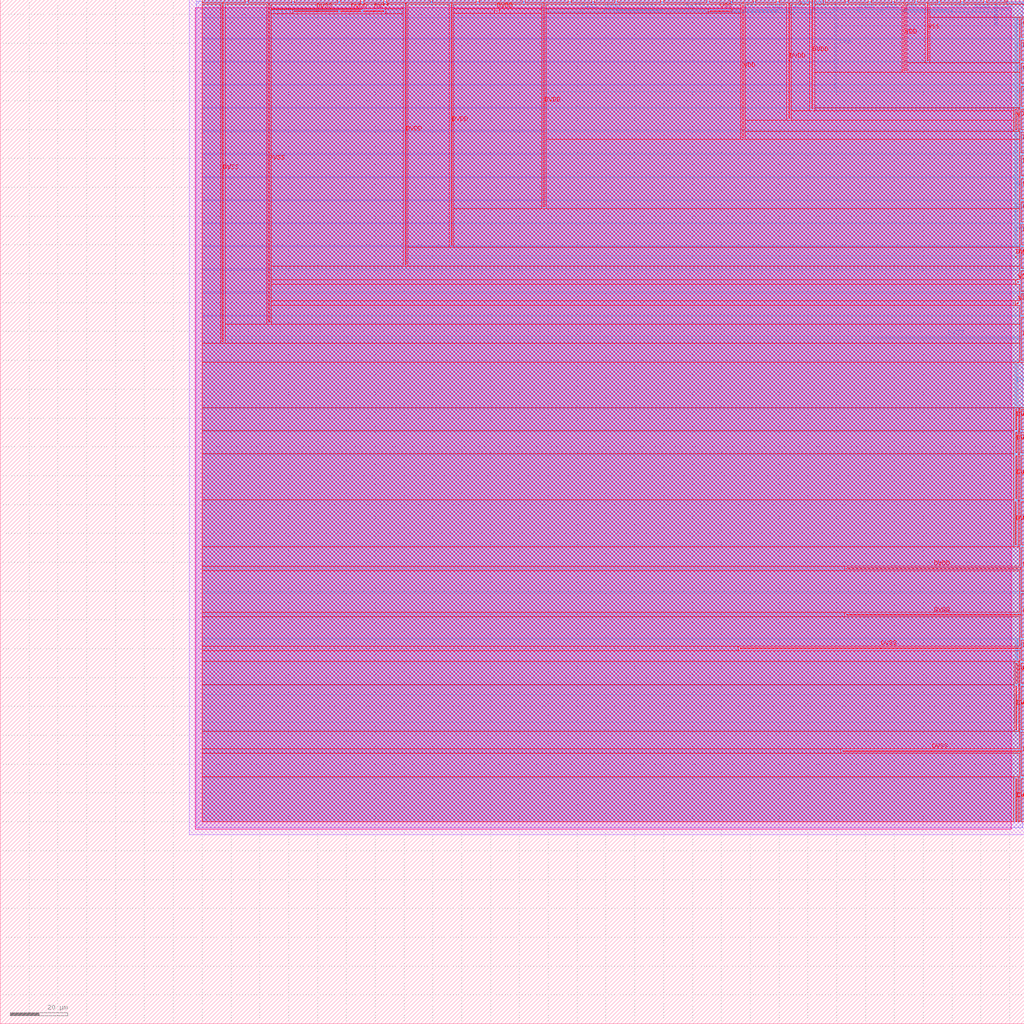
<source format=lef>
VERSION 5.7 ;
  NOWIREEXTENSIONATPIN ON ;
  DIVIDERCHAR "/" ;
  BUSBITCHARS "[]" ;
MACRO gf180mcu_fd_io__cor
  CLASS ENDCAP BOTTOMLEFT ;
  FOREIGN gf180mcu_fd_io__cor ;
  ORIGIN 0.000 0.000 ;
  SIZE 355.000 BY 355.000 ;
  SYMMETRY X Y R90 ;
  SITE GF_COR_Site ;
  PIN DVDD
    DIRECTION INOUT ;
    USE POWER ;
    PORT
      LAYER Metal3 ;
        RECT 334.000 354.000 341.000 355.000 ;
    END
    PORT
      LAYER Metal3 ;
        RECT 354.000 334.000 355.000 341.000 ;
    END
    PORT
      LAYER Metal3 ;
        RECT 294.000 354.000 301.000 355.000 ;
    END
    PORT
      LAYER Metal3 ;
        RECT 354.000 294.000 355.000 301.000 ;
    END
    PORT
      LAYER Metal3 ;
        RECT 278.000 354.000 285.000 355.000 ;
    END
    PORT
      LAYER Metal3 ;
        RECT 354.000 278.000 355.000 285.000 ;
    END
    PORT
      LAYER Metal3 ;
        RECT 270.000 354.000 277.000 355.000 ;
    END
    PORT
      LAYER Metal3 ;
        RECT 354.000 270.000 355.000 277.000 ;
    END
    PORT
      LAYER Metal3 ;
        RECT 262.000 354.000 269.000 355.000 ;
    END
    PORT
      LAYER Metal3 ;
        RECT 354.000 262.000 355.000 269.000 ;
    END
    PORT
      LAYER Metal3 ;
        RECT 214.000 354.000 229.000 355.000 ;
    END
    PORT
      LAYER Metal3 ;
        RECT 352.060 214.000 352.440 228.995 ;
    END
    PORT
      LAYER Metal3 ;
        RECT 206.000 354.000 213.000 355.000 ;
    END
    PORT
      LAYER Metal3 ;
        RECT 354.000 206.000 355.000 213.000 ;
    END
    PORT
      LAYER Metal3 ;
        RECT 182.000 354.000 197.000 355.000 ;
    END
    PORT
      LAYER Metal3 ;
        RECT 354.000 182.000 355.000 197.000 ;
    END
    PORT
      LAYER Metal3 ;
        RECT 166.000 354.000 181.000 355.000 ;
    END
    PORT
      LAYER Metal3 ;
        RECT 354.000 166.000 355.000 181.000 ;
    END
    PORT
      LAYER Metal3 ;
        RECT 150.000 354.000 165.000 355.000 ;
    END
    PORT
      LAYER Metal3 ;
        RECT 354.000 150.000 355.000 165.000 ;
    END
    PORT
      LAYER Metal3 ;
        RECT 134.000 354.000 149.000 355.000 ;
    END
    PORT
      LAYER Metal3 ;
        RECT 354.000 134.000 355.000 149.000 ;
    END
    PORT
      LAYER Metal3 ;
        RECT 118.000 354.000 125.000 355.000 ;
    END
    PORT
      LAYER Metal4 ;
        RECT 334.000 354.000 341.000 355.000 ;
    END
    PORT
      LAYER Metal4 ;
        RECT 354.000 334.000 355.000 341.000 ;
    END
    PORT
      LAYER Metal4 ;
        RECT 294.000 354.000 301.000 355.000 ;
    END
    PORT
      LAYER Metal4 ;
        RECT 354.000 294.000 355.000 301.000 ;
    END
    PORT
      LAYER Metal4 ;
        RECT 278.000 354.000 285.000 355.000 ;
    END
    PORT
      LAYER Metal4 ;
        RECT 354.000 278.000 355.000 285.000 ;
    END
    PORT
      LAYER Metal4 ;
        RECT 270.000 354.000 277.000 355.000 ;
    END
    PORT
      LAYER Metal4 ;
        RECT 354.000 270.000 355.000 277.000 ;
    END
    PORT
      LAYER Metal4 ;
        RECT 262.000 354.000 269.000 355.000 ;
    END
    PORT
      LAYER Metal4 ;
        RECT 354.000 262.000 355.000 269.000 ;
    END
    PORT
      LAYER Metal4 ;
        RECT 214.000 354.000 229.000 355.000 ;
    END
    PORT
      LAYER Metal5 ;
        RECT 281.310 317.160 281.690 355.000 ;
    END
    PORT
      LAYER Metal4 ;
        RECT 206.000 354.000 213.000 355.000 ;
    END
    PORT
      LAYER Metal4 ;
        RECT 354.000 206.000 355.000 213.000 ;
    END
    PORT
      LAYER Metal4 ;
        RECT 182.000 354.000 197.000 355.000 ;
    END
    PORT
      LAYER Metal4 ;
        RECT 354.000 182.000 355.000 197.000 ;
    END
    PORT
      LAYER Metal4 ;
        RECT 166.000 354.000 181.000 355.000 ;
    END
    PORT
      LAYER Metal4 ;
        RECT 354.000 166.000 355.000 181.000 ;
    END
    PORT
      LAYER Metal4 ;
        RECT 150.000 354.000 165.000 355.000 ;
    END
    PORT
      LAYER Metal4 ;
        RECT 354.000 150.000 355.000 165.000 ;
    END
    PORT
      LAYER Metal4 ;
        RECT 134.000 354.000 149.000 355.000 ;
    END
    PORT
      LAYER Metal4 ;
        RECT 354.000 134.000 355.000 149.000 ;
    END
    PORT
      LAYER Metal4 ;
        RECT 118.000 354.000 125.000 355.000 ;
    END
    PORT
      LAYER Metal5 ;
        RECT 334.000 354.000 341.000 355.000 ;
    END
    PORT
      LAYER Metal5 ;
        RECT 354.000 334.000 355.000 341.000 ;
    END
    PORT
      LAYER Metal5 ;
        RECT 294.000 354.000 301.000 355.000 ;
    END
    PORT
      LAYER Metal5 ;
        RECT 354.000 294.000 355.000 301.000 ;
    END
    PORT
      LAYER Metal5 ;
        RECT 354.000 278.000 355.000 285.000 ;
    END
    PORT
      LAYER Metal5 ;
        RECT 270.000 354.000 277.000 355.000 ;
    END
    PORT
      LAYER Metal5 ;
        RECT 354.000 270.000 355.000 277.000 ;
    END
    PORT
      LAYER Metal5 ;
        RECT 262.000 354.000 269.000 355.000 ;
    END
    PORT
      LAYER Metal5 ;
        RECT 354.000 262.000 355.000 269.000 ;
    END
    PORT
      LAYER Metal5 ;
        RECT 214.000 354.000 229.000 355.000 ;
    END
    PORT
      LAYER Metal5 ;
        RECT 273.310 313.845 273.690 354.000 ;
    END
    PORT
      LAYER Metal5 ;
        RECT 206.000 354.000 213.000 355.000 ;
    END
    PORT
      LAYER Metal5 ;
        RECT 354.000 206.000 355.000 213.000 ;
    END
    PORT
      LAYER Metal5 ;
        RECT 182.000 354.000 197.000 355.000 ;
    END
    PORT
      LAYER Metal5 ;
        RECT 354.000 182.000 355.000 197.000 ;
    END
    PORT
      LAYER Metal5 ;
        RECT 166.000 354.000 181.000 355.000 ;
    END
    PORT
      LAYER Metal5 ;
        RECT 354.000 166.000 355.000 181.000 ;
    END
    PORT
      LAYER Metal5 ;
        RECT 150.000 354.000 165.000 355.000 ;
    END
    PORT
      LAYER Metal5 ;
        RECT 354.000 150.000 355.000 165.000 ;
    END
    PORT
      LAYER Metal5 ;
        RECT 134.000 354.000 149.000 355.000 ;
    END
    PORT
      LAYER Metal5 ;
        RECT 354.000 134.000 355.000 149.000 ;
    END
    PORT
      LAYER Metal5 ;
        RECT 118.000 354.000 125.000 355.000 ;
    END
    PORT
      LAYER Metal5 ;
        RECT 354.000 118.000 355.000 125.000 ;
    END
    PORT
      LAYER Metal4 ;
        RECT 354.000 118.000 355.000 125.000 ;
    END
    PORT
      LAYER Metal3 ;
        RECT 354.000 118.000 355.000 125.000 ;
    END
    PORT
      LAYER Metal4 ;
        RECT 172.040 350.980 172.320 351.260 ;
      LAYER Metal5 ;
        RECT 172.040 350.980 172.320 351.260 ;
    END
    PORT
      LAYER Metal5 ;
        RECT 118.000 350.800 125.000 351.180 ;
    END
    PORT
      LAYER Metal5 ;
        RECT 140.320 263.145 140.700 354.000 ;
    END
    PORT
      LAYER Metal5 ;
        RECT 156.320 269.835 156.700 354.000 ;
    END
    PORT
      LAYER Metal5 ;
        RECT 188.320 283.200 188.700 354.000 ;
    END
    PORT
      LAYER Metal5 ;
        RECT 351.970 182.000 352.350 197.000 ;
    END
    PORT
      LAYER Metal5 ;
        RECT 352.035 206.000 352.415 213.000 ;
    END
    PORT
      LAYER Metal5 ;
        RECT 293.405 157.640 354.000 158.020 ;
    END
    PORT
      LAYER Metal5 ;
        RECT 351.920 166.000 352.300 181.000 ;
    END
    PORT
      LAYER Metal5 ;
        RECT 352.120 118.000 352.500 125.000 ;
    END
    PORT
      LAYER Metal5 ;
        RECT 293.405 141.640 354.000 142.020 ;
    END
    PORT
      LAYER Metal3 ;
        RECT 297.360 351.005 297.640 351.285 ;
      LAYER Metal4 ;
        RECT 297.360 351.005 297.640 351.285 ;
    END
    PORT
      LAYER Metal3 ;
        RECT 281.360 350.980 281.640 351.260 ;
      LAYER Metal4 ;
        RECT 281.360 350.980 281.640 351.260 ;
    END
    PORT
      LAYER Metal4 ;
        RECT 262.000 350.910 269.000 351.290 ;
    END
    PORT
      LAYER Metal4 ;
        RECT 214.000 350.740 229.000 351.120 ;
    END
    PORT
      LAYER Metal4 ;
        RECT 140.320 263.145 140.700 354.000 ;
    END
    PORT
      LAYER Metal4 ;
        RECT 118.000 350.800 125.000 351.180 ;
    END
    PORT
      LAYER Metal4 ;
        RECT 352.010 334.000 352.390 341.000 ;
    END
    PORT
      LAYER Metal4 ;
        RECT 351.945 294.000 352.325 301.000 ;
    END
    PORT
      LAYER Metal4 ;
        RECT 351.910 270.000 352.290 277.000 ;
    END
    PORT
      LAYER Metal4 ;
        RECT 352.060 214.000 352.440 228.995 ;
    END
    PORT
      LAYER Metal4 ;
        RECT 351.970 182.000 352.350 197.000 ;
    END
    PORT
      LAYER Metal4 ;
        RECT 293.405 157.640 354.000 158.020 ;
    END
    PORT
      LAYER Metal4 ;
        RECT 352.120 118.000 352.500 125.000 ;
    END
    PORT
      LAYER Metal3 ;
        RECT 337.360 351.070 337.640 351.350 ;
      LAYER Metal4 ;
        RECT 337.360 351.070 337.640 351.350 ;
    END
    PORT
      LAYER Metal3 ;
        RECT 273.360 350.970 273.640 351.250 ;
      LAYER Metal4 ;
        RECT 273.360 350.970 273.640 351.250 ;
    END
    PORT
      LAYER Metal3 ;
        RECT 209.360 351.095 209.640 351.375 ;
      LAYER Metal4 ;
        RECT 209.360 351.095 209.640 351.375 ;
    END
    PORT
      LAYER Metal4 ;
        RECT 188.320 283.200 188.700 354.000 ;
    END
    PORT
      LAYER Metal4 ;
        RECT 156.320 269.835 156.700 354.000 ;
    END
    PORT
      LAYER Metal4 ;
        RECT 351.920 278.000 352.300 285.000 ;
    END
    PORT
      LAYER Metal4 ;
        RECT 351.950 265.690 352.230 265.970 ;
      LAYER Metal5 ;
        RECT 351.950 265.690 352.230 265.970 ;
    END
    PORT
      LAYER Metal4 ;
        RECT 352.035 206.000 352.415 213.000 ;
    END
    PORT
      LAYER Metal4 ;
        RECT 351.920 166.000 352.300 181.000 ;
    END
    PORT
      LAYER Metal4 ;
        RECT 293.405 141.640 354.000 142.020 ;
    END
  END DVDD
  PIN DVSS
    DIRECTION INOUT ;
    USE GROUND ;
    PORT
      LAYER Metal3 ;
        RECT 342.000 354.000 348.390 355.000 ;
    END
    PORT
      LAYER Metal3 ;
        RECT 354.000 342.000 355.000 348.390 ;
    END
    PORT
      LAYER Metal3 ;
        RECT 326.000 354.000 333.000 355.000 ;
    END
    PORT
      LAYER Metal3 ;
        RECT 354.000 326.000 355.000 333.000 ;
    END
    PORT
      LAYER Metal3 ;
        RECT 302.000 354.000 309.000 355.000 ;
    END
    PORT
      LAYER Metal3 ;
        RECT 354.000 302.000 355.000 309.000 ;
    END
    PORT
      LAYER Metal3 ;
        RECT 286.000 354.000 293.000 355.000 ;
    END
    PORT
      LAYER Metal3 ;
        RECT 354.000 286.000 355.000 293.000 ;
    END
    PORT
      LAYER Metal3 ;
        RECT 230.000 354.000 245.000 355.000 ;
    END
    PORT
      LAYER Metal3 ;
        RECT 354.000 230.000 355.000 245.000 ;
    END
    PORT
      LAYER Metal3 ;
        RECT 198.000 354.000 205.000 355.000 ;
    END
    PORT
      LAYER Metal3 ;
        RECT 354.000 198.000 355.000 205.000 ;
    END
    PORT
      LAYER Metal3 ;
        RECT 126.000 354.000 133.000 355.000 ;
    END
    PORT
      LAYER Metal3 ;
        RECT 354.000 126.000 355.000 133.000 ;
    END
    PORT
      LAYER Metal3 ;
        RECT 102.000 354.000 117.000 355.000 ;
    END
    PORT
      LAYER Metal3 ;
        RECT 354.000 102.000 355.000 117.000 ;
    END
    PORT
      LAYER Metal3 ;
        RECT 86.000 354.000 101.000 355.000 ;
    END
    PORT
      LAYER Metal3 ;
        RECT 354.000 86.000 355.000 101.000 ;
    END
    PORT
      LAYER Metal3 ;
        RECT 70.000 354.000 85.000 355.000 ;
    END
    PORT
      LAYER Metal4 ;
        RECT 342.000 354.000 348.390 355.000 ;
    END
    PORT
      LAYER Metal4 ;
        RECT 354.000 342.000 355.000 348.390 ;
    END
    PORT
      LAYER Metal4 ;
        RECT 326.000 354.000 333.000 355.000 ;
    END
    PORT
      LAYER Metal4 ;
        RECT 354.000 326.000 355.000 333.000 ;
    END
    PORT
      LAYER Metal4 ;
        RECT 302.000 354.000 309.000 355.000 ;
    END
    PORT
      LAYER Metal4 ;
        RECT 354.000 302.000 355.000 309.000 ;
    END
    PORT
      LAYER Metal4 ;
        RECT 286.000 354.000 293.000 355.000 ;
    END
    PORT
      LAYER Metal4 ;
        RECT 354.000 286.000 355.000 293.000 ;
    END
    PORT
      LAYER Metal4 ;
        RECT 230.000 354.000 245.000 355.000 ;
    END
    PORT
      LAYER Metal4 ;
        RECT 354.000 230.000 355.000 245.000 ;
    END
    PORT
      LAYER Metal4 ;
        RECT 198.000 354.000 205.000 355.000 ;
    END
    PORT
      LAYER Metal4 ;
        RECT 354.000 198.000 355.000 205.000 ;
    END
    PORT
      LAYER Metal4 ;
        RECT 126.000 354.000 133.000 355.000 ;
    END
    PORT
      LAYER Metal4 ;
        RECT 354.000 126.000 355.000 133.000 ;
    END
    PORT
      LAYER Metal4 ;
        RECT 102.000 354.000 117.000 355.000 ;
    END
    PORT
      LAYER Metal4 ;
        RECT 354.000 102.000 355.000 117.000 ;
    END
    PORT
      LAYER Metal4 ;
        RECT 86.000 354.000 101.000 355.000 ;
    END
    PORT
      LAYER Metal4 ;
        RECT 354.000 86.000 355.000 101.000 ;
    END
    PORT
      LAYER Metal4 ;
        RECT 70.000 354.000 85.000 355.000 ;
    END
    PORT
      LAYER Metal5 ;
        RECT 342.000 354.000 348.390 355.000 ;
    END
    PORT
      LAYER Metal5 ;
        RECT 354.000 342.000 355.000 348.390 ;
    END
    PORT
      LAYER Metal5 ;
        RECT 326.000 354.000 333.000 355.000 ;
    END
    PORT
      LAYER Metal5 ;
        RECT 354.000 326.000 355.000 333.000 ;
    END
    PORT
      LAYER Metal5 ;
        RECT 302.000 354.000 309.000 355.000 ;
    END
    PORT
      LAYER Metal5 ;
        RECT 354.000 302.000 355.000 309.000 ;
    END
    PORT
      LAYER Metal5 ;
        RECT 286.000 354.000 293.000 355.000 ;
    END
    PORT
      LAYER Metal5 ;
        RECT 354.000 286.000 355.000 293.000 ;
    END
    PORT
      LAYER Metal5 ;
        RECT 230.000 354.000 245.000 355.000 ;
    END
    PORT
      LAYER Metal5 ;
        RECT 354.000 230.000 355.000 245.000 ;
    END
    PORT
      LAYER Metal5 ;
        RECT 198.000 354.000 205.000 355.000 ;
    END
    PORT
      LAYER Metal5 ;
        RECT 354.000 198.000 355.000 205.000 ;
    END
    PORT
      LAYER Metal5 ;
        RECT 126.000 354.000 133.000 355.000 ;
    END
    PORT
      LAYER Metal5 ;
        RECT 354.000 126.000 355.000 133.000 ;
    END
    PORT
      LAYER Metal5 ;
        RECT 102.000 354.000 117.000 355.000 ;
    END
    PORT
      LAYER Metal5 ;
        RECT 354.000 102.000 355.000 117.000 ;
    END
    PORT
      LAYER Metal5 ;
        RECT 86.000 354.000 101.000 355.000 ;
    END
    PORT
      LAYER Metal5 ;
        RECT 354.000 86.000 355.000 101.000 ;
    END
    PORT
      LAYER Metal5 ;
        RECT 70.000 354.000 85.000 355.000 ;
    END
    PORT
      LAYER Metal5 ;
        RECT 354.000 70.000 355.000 85.000 ;
    END
    PORT
      LAYER Metal4 ;
        RECT 354.000 70.000 355.000 85.000 ;
    END
    PORT
      LAYER Metal3 ;
        RECT 354.000 70.000 355.000 85.000 ;
    END
    PORT
      LAYER Metal5 ;
        RECT 126.000 350.820 133.000 351.200 ;
    END
    PORT
      LAYER Metal5 ;
        RECT 76.980 236.435 77.360 354.000 ;
    END
    PORT
      LAYER Metal5 ;
        RECT 92.980 243.115 93.360 354.000 ;
    END
    PORT
      LAYER Metal5 ;
        RECT 102.000 350.755 117.000 351.135 ;
    END
    PORT
      LAYER Metal5 ;
        RECT 292.025 94.300 354.000 94.680 ;
    END
    PORT
      LAYER Metal5 ;
        RECT 352.020 70.000 352.400 85.000 ;
    END
    PORT
      LAYER Metal5 ;
        RECT 352.075 102.000 352.455 117.000 ;
    END
    PORT
      LAYER Metal5 ;
        RECT 256.465 129.970 354.000 130.350 ;
    END
    PORT
      LAYER Metal5 ;
        RECT 352.005 198.000 352.385 205.000 ;
    END
    PORT
      LAYER Metal4 ;
        RECT 345.005 346.290 345.385 354.000 ;
    END
    PORT
      LAYER Metal3 ;
        RECT 329.370 351.050 329.650 351.330 ;
      LAYER Metal4 ;
        RECT 329.370 351.050 329.650 351.330 ;
    END
    PORT
      LAYER Metal3 ;
        RECT 201.360 351.065 201.640 351.345 ;
      LAYER Metal4 ;
        RECT 201.360 351.065 201.640 351.345 ;
    END
    PORT
      LAYER Metal4 ;
        RECT 92.980 243.115 93.360 354.000 ;
    END
    PORT
      LAYER Metal4 ;
        RECT 351.975 342.000 352.355 348.390 ;
    END
    PORT
      LAYER Metal4 ;
        RECT 351.955 302.000 352.335 309.000 ;
    END
    PORT
      LAYER Metal4 ;
        RECT 303.085 237.640 354.000 238.020 ;
    END
    PORT
      LAYER Metal4 ;
        RECT 352.140 126.000 352.520 133.000 ;
    END
    PORT
      LAYER Metal4 ;
        RECT 352.020 70.000 352.400 85.000 ;
    END
    PORT
      LAYER Metal3 ;
        RECT 305.360 351.020 305.640 351.300 ;
      LAYER Metal4 ;
        RECT 305.360 351.020 305.640 351.300 ;
    END
    PORT
      LAYER Metal4 ;
        RECT 289.640 323.375 289.690 354.000 ;
    END
    PORT
      LAYER Metal4 ;
        RECT 230.000 350.855 245.000 351.235 ;
    END
    PORT
      LAYER Metal4 ;
        RECT 126.000 350.820 133.000 351.200 ;
    END
    PORT
      LAYER Metal4 ;
        RECT 102.000 350.755 117.000 351.135 ;
    END
    PORT
      LAYER Metal4 ;
        RECT 76.980 236.435 77.360 354.000 ;
    END
    PORT
      LAYER Metal4 ;
        RECT 352.000 326.000 352.380 333.000 ;
    END
    PORT
      LAYER Metal4 ;
        RECT 351.930 286.000 352.310 293.000 ;
    END
    PORT
      LAYER Metal4 ;
        RECT 352.005 198.000 352.385 205.000 ;
    END
    PORT
      LAYER Metal4 ;
        RECT 352.075 104.845 352.455 113.755 ;
    END
    PORT
      LAYER Metal4 ;
        RECT 292.025 94.300 354.000 94.680 ;
    END
  END DVSS
  PIN VDD
    DIRECTION INOUT ;
    USE POWER ;
    PORT
      LAYER Metal3 ;
        RECT 310.000 354.000 317.000 355.000 ;
    END
    PORT
      LAYER Metal3 ;
        RECT 354.000 310.000 355.000 317.000 ;
    END
    PORT
      LAYER Metal3 ;
        RECT 254.000 354.000 261.000 355.000 ;
    END
    PORT
      LAYER Metal4 ;
        RECT 310.000 354.000 317.000 355.000 ;
    END
    PORT
      LAYER Metal4 ;
        RECT 354.000 310.000 355.000 317.000 ;
    END
    PORT
      LAYER Metal4 ;
        RECT 254.000 354.000 261.000 355.000 ;
    END
    PORT
      LAYER Metal5 ;
        RECT 310.000 354.000 317.000 355.000 ;
    END
    PORT
      LAYER Metal5 ;
        RECT 354.000 310.000 355.000 317.000 ;
    END
    PORT
      LAYER Metal5 ;
        RECT 254.000 354.000 261.000 355.000 ;
    END
    PORT
      LAYER Metal5 ;
        RECT 354.000 254.000 355.000 261.000 ;
    END
    PORT
      LAYER Metal4 ;
        RECT 354.000 254.000 355.000 261.000 ;
    END
    PORT
      LAYER Metal3 ;
        RECT 354.000 254.000 355.000 261.000 ;
    END
    PORT
      LAYER Metal4 ;
        RECT 352.585 257.030 352.865 257.310 ;
      LAYER Metal5 ;
        RECT 352.585 257.030 352.865 257.310 ;
    END
    PORT
      LAYER Metal5 ;
        RECT 351.965 310.000 352.345 317.000 ;
    END
    PORT
      LAYER Metal5 ;
        RECT 257.310 307.175 257.690 354.000 ;
    END
    PORT
      LAYER Metal5 ;
        RECT 313.310 330.450 313.690 354.000 ;
    END
    PORT
      LAYER Metal3 ;
        RECT 313.360 351.025 313.640 351.305 ;
      LAYER Metal4 ;
        RECT 313.360 351.025 313.640 351.305 ;
    END
    PORT
      LAYER Metal4 ;
        RECT 254.000 350.885 261.000 351.265 ;
    END
    PORT
      LAYER Metal4 ;
        RECT 351.965 310.000 352.345 317.000 ;
    END
  END VDD
  PIN VSS
    DIRECTION INOUT ;
    USE GROUND ;
    PORT
      LAYER Metal3 ;
        RECT 318.000 354.000 325.000 355.000 ;
    END
    PORT
      LAYER Metal3 ;
        RECT 354.000 318.000 355.000 325.000 ;
    END
    PORT
      LAYER Metal3 ;
        RECT 246.000 354.000 253.000 355.000 ;
    END
    PORT
      LAYER Metal4 ;
        RECT 318.000 354.000 325.000 355.000 ;
    END
    PORT
      LAYER Metal4 ;
        RECT 354.000 318.000 355.000 325.000 ;
    END
    PORT
      LAYER Metal4 ;
        RECT 246.000 354.000 253.000 355.000 ;
    END
    PORT
      LAYER Metal5 ;
        RECT 318.000 354.000 325.000 355.000 ;
    END
    PORT
      LAYER Metal5 ;
        RECT 354.000 318.000 355.000 325.000 ;
    END
    PORT
      LAYER Metal5 ;
        RECT 246.000 354.000 253.000 355.000 ;
    END
    PORT
      LAYER Metal5 ;
        RECT 354.000 246.000 355.000 253.000 ;
    END
    PORT
      LAYER Metal4 ;
        RECT 354.000 246.000 355.000 253.000 ;
    END
    PORT
      LAYER Metal3 ;
        RECT 354.000 246.000 355.000 253.000 ;
    END
    PORT
      LAYER Metal4 ;
        RECT 352.580 249.690 352.860 249.970 ;
      LAYER Metal5 ;
        RECT 352.580 249.690 352.860 249.970 ;
    END
    PORT
      LAYER Metal5 ;
        RECT 246.000 350.880 253.000 351.260 ;
    END
    PORT
      LAYER Metal5 ;
        RECT 321.310 333.810 321.690 354.000 ;
    END
    PORT
      LAYER Metal4 ;
        RECT 246.000 350.880 253.000 351.260 ;
    END
    PORT
      LAYER Metal4 ;
        RECT 321.635 351.095 321.645 351.105 ;
    END
    PORT
      LAYER Metal4 ;
        RECT 351.995 318.000 352.375 325.000 ;
    END
  END VSS
  OBS
      LAYER Nwell ;
        RECT 67.560 67.500 350.445 352.170 ;
      LAYER Metal1 ;
        RECT 65.540 65.540 355.000 355.000 ;
      LAYER Metal2 ;
        RECT 68.030 67.970 354.505 354.450 ;
      LAYER Metal3 ;
        RECT 85.300 353.700 85.700 354.450 ;
        RECT 101.300 353.700 101.700 354.450 ;
        RECT 117.300 353.700 117.700 354.450 ;
        RECT 125.300 353.700 125.700 354.450 ;
        RECT 133.300 353.700 133.700 354.450 ;
        RECT 149.300 353.700 149.700 354.450 ;
        RECT 165.300 353.700 165.700 354.450 ;
        RECT 181.300 353.700 181.700 354.450 ;
        RECT 197.300 353.700 197.700 354.450 ;
        RECT 205.300 353.700 205.700 354.450 ;
        RECT 213.300 353.700 213.700 354.450 ;
        RECT 229.300 353.700 229.700 354.450 ;
        RECT 245.300 353.700 245.700 354.450 ;
        RECT 253.300 353.700 253.700 354.450 ;
        RECT 261.300 353.700 261.700 354.450 ;
        RECT 269.300 353.700 269.700 354.450 ;
        RECT 277.300 353.700 277.700 354.450 ;
        RECT 285.300 353.700 285.700 354.450 ;
        RECT 293.300 353.700 293.700 354.450 ;
        RECT 301.300 353.700 301.700 354.450 ;
        RECT 309.300 353.700 309.700 354.450 ;
        RECT 317.300 353.700 317.700 354.450 ;
        RECT 325.300 353.700 325.700 354.450 ;
        RECT 333.300 353.700 333.700 354.450 ;
        RECT 341.300 353.700 341.700 354.450 ;
        RECT 348.690 353.700 355.000 354.450 ;
        RECT 70.000 348.690 355.000 353.700 ;
        RECT 70.000 341.700 353.700 348.690 ;
        RECT 70.000 341.300 355.000 341.700 ;
        RECT 70.000 333.700 353.700 341.300 ;
        RECT 70.000 333.300 355.000 333.700 ;
        RECT 70.000 325.700 353.700 333.300 ;
        RECT 70.000 325.300 355.000 325.700 ;
        RECT 70.000 317.700 353.700 325.300 ;
        RECT 70.000 317.300 355.000 317.700 ;
        RECT 70.000 309.700 353.700 317.300 ;
        RECT 70.000 309.300 355.000 309.700 ;
        RECT 70.000 301.700 353.700 309.300 ;
        RECT 70.000 301.300 355.000 301.700 ;
        RECT 70.000 293.700 353.700 301.300 ;
        RECT 70.000 293.300 355.000 293.700 ;
        RECT 70.000 285.700 353.700 293.300 ;
        RECT 70.000 285.300 355.000 285.700 ;
        RECT 70.000 277.700 353.700 285.300 ;
        RECT 70.000 277.300 355.000 277.700 ;
        RECT 70.000 269.700 353.700 277.300 ;
        RECT 70.000 269.300 355.000 269.700 ;
        RECT 70.000 261.700 353.700 269.300 ;
        RECT 70.000 261.300 355.000 261.700 ;
        RECT 70.000 253.700 353.700 261.300 ;
        RECT 70.000 253.300 355.000 253.700 ;
        RECT 70.000 245.700 353.700 253.300 ;
        RECT 70.000 245.300 355.000 245.700 ;
        RECT 70.000 229.700 353.700 245.300 ;
        RECT 70.000 229.295 355.000 229.700 ;
        RECT 70.000 213.700 351.760 229.295 ;
        RECT 352.740 213.700 355.000 229.295 ;
        RECT 70.000 213.300 355.000 213.700 ;
        RECT 70.000 205.700 353.700 213.300 ;
        RECT 70.000 205.300 355.000 205.700 ;
        RECT 70.000 197.700 353.700 205.300 ;
        RECT 70.000 197.300 355.000 197.700 ;
        RECT 70.000 181.700 353.700 197.300 ;
        RECT 70.000 181.300 355.000 181.700 ;
        RECT 70.000 165.700 353.700 181.300 ;
        RECT 70.000 165.300 355.000 165.700 ;
        RECT 70.000 149.700 353.700 165.300 ;
        RECT 70.000 149.300 355.000 149.700 ;
        RECT 70.000 133.700 353.700 149.300 ;
        RECT 70.000 133.300 355.000 133.700 ;
        RECT 70.000 125.700 353.700 133.300 ;
        RECT 70.000 125.300 355.000 125.700 ;
        RECT 70.000 117.700 353.700 125.300 ;
        RECT 70.000 117.300 355.000 117.700 ;
        RECT 70.000 101.700 353.700 117.300 ;
        RECT 70.000 101.300 355.000 101.700 ;
        RECT 70.000 85.700 353.700 101.300 ;
        RECT 70.000 85.300 355.000 85.700 ;
        RECT 70.000 70.000 353.700 85.300 ;
      LAYER Metal4 ;
        RECT 85.300 353.700 85.700 354.000 ;
        RECT 101.300 353.700 101.700 354.000 ;
        RECT 117.300 353.700 117.700 354.000 ;
        RECT 125.300 353.700 125.700 354.000 ;
        RECT 133.300 353.700 133.700 354.000 ;
        RECT 149.300 353.700 149.700 354.000 ;
        RECT 165.300 353.700 165.700 354.000 ;
        RECT 181.300 353.700 181.700 354.000 ;
        RECT 197.300 353.700 197.700 354.000 ;
        RECT 205.300 353.700 205.700 354.000 ;
        RECT 213.300 353.700 213.700 354.000 ;
        RECT 229.300 353.700 229.700 354.000 ;
        RECT 245.300 353.700 245.700 354.000 ;
        RECT 253.300 353.700 253.700 354.000 ;
        RECT 261.300 353.700 261.700 354.000 ;
        RECT 269.300 353.700 269.700 354.000 ;
        RECT 277.300 353.700 277.700 354.000 ;
        RECT 285.300 353.700 285.700 354.000 ;
        RECT 293.300 353.700 293.700 354.000 ;
        RECT 301.300 353.700 301.700 354.000 ;
        RECT 309.300 353.700 309.700 354.000 ;
        RECT 317.300 353.700 317.700 354.000 ;
        RECT 325.300 353.700 325.700 354.000 ;
        RECT 333.300 353.700 333.700 354.000 ;
        RECT 341.300 353.700 341.700 354.000 ;
        RECT 348.690 353.700 355.000 354.000 ;
        RECT 70.000 236.135 76.680 353.700 ;
        RECT 77.660 242.815 92.680 353.700 ;
        RECT 93.660 351.500 140.020 353.700 ;
        RECT 93.660 351.480 125.700 351.500 ;
        RECT 93.660 351.435 117.700 351.480 ;
        RECT 93.660 350.455 101.700 351.435 ;
        RECT 117.300 350.500 117.700 351.435 ;
        RECT 125.300 350.520 125.700 351.480 ;
        RECT 133.300 350.520 140.020 351.500 ;
        RECT 125.300 350.500 140.020 350.520 ;
        RECT 117.300 350.455 140.020 350.500 ;
        RECT 93.660 262.845 140.020 350.455 ;
        RECT 141.000 269.535 156.020 353.700 ;
        RECT 157.000 282.900 188.020 353.700 ;
        RECT 189.000 351.675 289.340 353.700 ;
        RECT 189.000 351.645 209.060 351.675 ;
        RECT 189.000 350.765 201.060 351.645 ;
        RECT 201.940 350.795 209.060 351.645 ;
        RECT 209.940 351.590 289.340 351.675 ;
        RECT 209.940 351.565 261.700 351.590 ;
        RECT 209.940 351.560 253.700 351.565 ;
        RECT 209.940 351.535 245.700 351.560 ;
        RECT 209.940 351.420 229.700 351.535 ;
        RECT 209.940 350.795 213.700 351.420 ;
        RECT 201.940 350.765 213.700 350.795 ;
        RECT 189.000 350.440 213.700 350.765 ;
        RECT 229.300 350.555 229.700 351.420 ;
        RECT 245.300 350.580 245.700 351.535 ;
        RECT 253.300 350.585 253.700 351.560 ;
        RECT 261.300 350.610 261.700 351.565 ;
        RECT 269.300 351.560 289.340 351.590 ;
        RECT 269.300 351.550 281.060 351.560 ;
        RECT 269.300 350.670 273.060 351.550 ;
        RECT 273.940 350.680 281.060 351.550 ;
        RECT 281.940 350.680 289.340 351.560 ;
        RECT 273.940 350.670 289.340 350.680 ;
        RECT 269.300 350.610 289.340 350.670 ;
        RECT 261.300 350.585 289.340 350.610 ;
        RECT 253.300 350.580 289.340 350.585 ;
        RECT 245.300 350.555 289.340 350.580 ;
        RECT 229.300 350.440 289.340 350.555 ;
        RECT 189.000 323.075 289.340 350.440 ;
        RECT 289.990 351.650 344.705 353.700 ;
        RECT 289.990 351.630 337.060 351.650 ;
        RECT 289.990 351.605 329.070 351.630 ;
        RECT 289.990 351.600 313.060 351.605 ;
        RECT 289.990 351.585 305.060 351.600 ;
        RECT 289.990 350.705 297.060 351.585 ;
        RECT 297.940 350.720 305.060 351.585 ;
        RECT 305.940 350.725 313.060 351.600 ;
        RECT 313.940 351.405 329.070 351.605 ;
        RECT 313.940 350.795 321.335 351.405 ;
        RECT 321.945 350.795 329.070 351.405 ;
        RECT 313.940 350.750 329.070 350.795 ;
        RECT 329.950 350.770 337.060 351.630 ;
        RECT 337.940 350.770 344.705 351.650 ;
        RECT 329.950 350.750 344.705 350.770 ;
        RECT 313.940 350.725 344.705 350.750 ;
        RECT 305.940 350.720 344.705 350.725 ;
        RECT 297.940 350.705 344.705 350.720 ;
        RECT 289.990 345.990 344.705 350.705 ;
        RECT 345.685 348.690 355.000 353.700 ;
        RECT 345.685 345.990 351.675 348.690 ;
        RECT 289.990 341.700 351.675 345.990 ;
        RECT 352.655 341.700 353.700 348.690 ;
        RECT 289.990 341.300 355.000 341.700 ;
        RECT 289.990 333.700 351.710 341.300 ;
        RECT 352.690 333.700 353.700 341.300 ;
        RECT 289.990 333.300 355.000 333.700 ;
        RECT 289.990 325.700 351.700 333.300 ;
        RECT 352.680 325.700 353.700 333.300 ;
        RECT 289.990 325.300 355.000 325.700 ;
        RECT 289.990 323.075 351.695 325.300 ;
        RECT 189.000 317.700 351.695 323.075 ;
        RECT 352.675 317.700 353.700 325.300 ;
        RECT 189.000 317.300 355.000 317.700 ;
        RECT 189.000 309.700 351.665 317.300 ;
        RECT 352.645 309.700 353.700 317.300 ;
        RECT 189.000 309.300 355.000 309.700 ;
        RECT 189.000 301.700 351.655 309.300 ;
        RECT 352.635 301.700 353.700 309.300 ;
        RECT 189.000 301.300 355.000 301.700 ;
        RECT 189.000 293.700 351.645 301.300 ;
        RECT 352.625 293.700 353.700 301.300 ;
        RECT 189.000 293.300 355.000 293.700 ;
        RECT 189.000 285.700 351.630 293.300 ;
        RECT 352.610 285.700 353.700 293.300 ;
        RECT 189.000 285.300 355.000 285.700 ;
        RECT 189.000 282.900 351.620 285.300 ;
        RECT 157.000 277.700 351.620 282.900 ;
        RECT 352.600 277.700 353.700 285.300 ;
        RECT 157.000 277.300 355.000 277.700 ;
        RECT 157.000 269.700 351.610 277.300 ;
        RECT 352.590 269.700 353.700 277.300 ;
        RECT 157.000 269.535 355.000 269.700 ;
        RECT 141.000 269.300 355.000 269.535 ;
        RECT 141.000 266.270 353.700 269.300 ;
        RECT 141.000 265.390 351.650 266.270 ;
        RECT 352.530 265.390 353.700 266.270 ;
        RECT 141.000 262.845 353.700 265.390 ;
        RECT 93.660 261.700 353.700 262.845 ;
        RECT 93.660 261.300 355.000 261.700 ;
        RECT 93.660 253.700 353.700 261.300 ;
        RECT 93.660 253.300 355.000 253.700 ;
        RECT 93.660 245.700 353.700 253.300 ;
        RECT 93.660 245.300 355.000 245.700 ;
        RECT 93.660 242.815 353.700 245.300 ;
        RECT 77.660 238.320 353.700 242.815 ;
        RECT 77.660 237.340 302.785 238.320 ;
        RECT 77.660 236.135 353.700 237.340 ;
        RECT 70.000 229.700 353.700 236.135 ;
        RECT 70.000 229.295 355.000 229.700 ;
        RECT 70.000 213.700 351.760 229.295 ;
        RECT 352.740 213.700 355.000 229.295 ;
        RECT 70.000 213.300 355.000 213.700 ;
        RECT 70.000 205.700 351.735 213.300 ;
        RECT 352.715 205.700 353.700 213.300 ;
        RECT 70.000 205.300 355.000 205.700 ;
        RECT 70.000 197.700 351.705 205.300 ;
        RECT 352.685 197.700 353.700 205.300 ;
        RECT 70.000 197.300 355.000 197.700 ;
        RECT 70.000 181.700 351.670 197.300 ;
        RECT 352.650 181.700 353.700 197.300 ;
        RECT 70.000 181.300 355.000 181.700 ;
        RECT 70.000 165.700 351.620 181.300 ;
        RECT 352.600 165.700 353.700 181.300 ;
        RECT 70.000 165.300 355.000 165.700 ;
        RECT 70.000 158.320 353.700 165.300 ;
        RECT 70.000 157.340 293.105 158.320 ;
        RECT 70.000 149.700 353.700 157.340 ;
        RECT 70.000 149.300 355.000 149.700 ;
        RECT 70.000 142.320 353.700 149.300 ;
        RECT 70.000 141.340 293.105 142.320 ;
        RECT 70.000 133.700 353.700 141.340 ;
        RECT 70.000 133.300 355.000 133.700 ;
        RECT 70.000 125.700 351.840 133.300 ;
        RECT 352.820 125.700 353.700 133.300 ;
        RECT 70.000 125.300 355.000 125.700 ;
        RECT 70.000 117.700 351.820 125.300 ;
        RECT 352.800 117.700 353.700 125.300 ;
        RECT 70.000 117.300 355.000 117.700 ;
        RECT 70.000 114.055 353.700 117.300 ;
        RECT 70.000 104.545 351.775 114.055 ;
        RECT 352.755 104.545 353.700 114.055 ;
        RECT 70.000 101.700 353.700 104.545 ;
        RECT 70.000 101.300 355.000 101.700 ;
        RECT 70.000 94.980 353.700 101.300 ;
        RECT 70.000 94.000 291.725 94.980 ;
        RECT 70.000 85.700 353.700 94.000 ;
        RECT 70.000 85.300 355.000 85.700 ;
        RECT 70.000 70.000 351.720 85.300 ;
        RECT 352.700 70.000 353.700 85.300 ;
      LAYER Metal5 ;
        RECT 277.600 353.400 280.710 355.000 ;
        RECT 70.000 235.835 76.380 353.400 ;
        RECT 77.960 242.515 92.380 353.400 ;
        RECT 93.960 351.800 139.720 353.400 ;
        RECT 93.960 351.780 125.400 351.800 ;
        RECT 93.960 351.735 117.400 351.780 ;
        RECT 93.960 350.155 101.400 351.735 ;
        RECT 133.600 350.220 139.720 351.800 ;
        RECT 125.600 350.200 139.720 350.220 ;
        RECT 117.600 350.155 139.720 350.200 ;
        RECT 93.960 262.545 139.720 350.155 ;
        RECT 141.300 269.235 155.720 353.400 ;
        RECT 157.300 351.860 187.720 353.400 ;
        RECT 157.300 350.380 171.440 351.860 ;
        RECT 172.920 350.380 187.720 351.860 ;
        RECT 157.300 282.600 187.720 350.380 ;
        RECT 189.300 351.860 256.710 353.400 ;
        RECT 189.300 350.280 245.400 351.860 ;
        RECT 253.600 350.280 256.710 351.860 ;
        RECT 189.300 306.575 256.710 350.280 ;
        RECT 258.290 313.245 272.710 353.400 ;
        RECT 274.290 316.560 280.710 353.400 ;
        RECT 282.290 353.400 285.400 355.000 ;
        RECT 348.990 353.400 355.000 355.000 ;
        RECT 282.290 329.850 312.710 353.400 ;
        RECT 314.290 333.210 320.710 353.400 ;
        RECT 322.290 348.990 355.000 353.400 ;
        RECT 322.290 333.210 353.400 348.990 ;
        RECT 314.290 329.850 353.400 333.210 ;
        RECT 282.290 317.600 353.400 329.850 ;
        RECT 282.290 316.560 351.365 317.600 ;
        RECT 274.290 313.245 351.365 316.560 ;
        RECT 258.290 309.400 351.365 313.245 ;
        RECT 352.945 309.400 353.400 317.600 ;
        RECT 258.290 306.575 353.400 309.400 ;
        RECT 189.300 282.600 353.400 306.575 ;
        RECT 157.300 269.235 353.400 282.600 ;
        RECT 141.300 262.545 353.400 269.235 ;
        RECT 93.960 257.910 353.400 262.545 ;
        RECT 93.960 256.430 351.985 257.910 ;
        RECT 93.960 250.570 353.400 256.430 ;
        RECT 93.960 249.090 351.980 250.570 ;
        RECT 93.960 242.515 353.400 249.090 ;
        RECT 77.960 235.835 353.400 242.515 ;
        RECT 70.000 229.400 353.400 235.835 ;
        RECT 70.000 213.600 355.000 229.400 ;
        RECT 70.000 205.600 351.435 213.600 ;
        RECT 70.000 197.600 351.405 205.600 ;
        RECT 353.015 205.400 353.400 213.600 ;
        RECT 70.000 181.600 351.370 197.600 ;
        RECT 352.985 197.400 353.400 205.400 ;
        RECT 70.000 165.400 351.320 181.600 ;
        RECT 352.950 181.400 353.400 197.400 ;
        RECT 352.900 165.400 353.400 181.400 ;
        RECT 70.000 158.620 353.400 165.400 ;
        RECT 70.000 157.040 292.805 158.620 ;
        RECT 70.000 142.620 353.400 157.040 ;
        RECT 70.000 141.040 292.805 142.620 ;
        RECT 70.000 130.950 353.400 141.040 ;
        RECT 70.000 129.370 255.865 130.950 ;
        RECT 70.000 125.600 353.400 129.370 ;
        RECT 70.000 117.600 351.520 125.600 ;
        RECT 70.000 101.400 351.475 117.600 ;
        RECT 353.100 117.400 353.400 125.600 ;
        RECT 353.055 101.400 353.400 117.400 ;
        RECT 70.000 95.280 353.400 101.400 ;
        RECT 70.000 93.700 291.425 95.280 ;
        RECT 70.000 85.600 353.400 93.700 ;
        RECT 70.000 70.000 351.420 85.600 ;
        RECT 353.000 70.000 353.400 85.600 ;
  END
END gf180mcu_fd_io__cor
END LIBRARY


</source>
